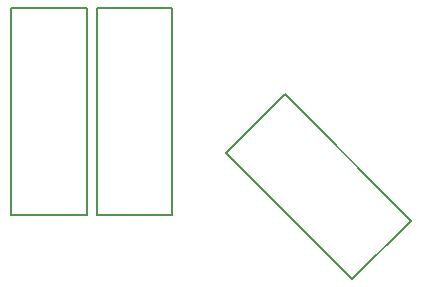
<source format=gbr>
%TF.GenerationSoftware,Altium Limited,Altium Designer,23.3.1 (30)*%
G04 Layer_Color=8388736*
%FSLAX45Y45*%
%MOMM*%
%TF.SameCoordinates,3FCD108A-851F-4062-9BED-621BEB009867*%
%TF.FilePolarity,Positive*%
%TF.FileFunction,Other,Route_Tool_Path*%
%TF.Part,Single*%
G01*
G75*
%TA.AperFunction,NonConductor*%
%ADD41C,0.20000*%
D41*
X4541376Y1430484D02*
X4541376Y3180484D01*
X3901375Y1430485D02*
X4541376Y1430484D01*
X3901375Y1430485D02*
Y3180484D01*
X4541376Y3180484D01*
X4623691Y1430484D02*
Y3180484D01*
X5263691D01*
Y1430484D02*
Y3180484D01*
X4623691Y1430484D02*
X5263691D01*
X5721639Y1954348D02*
X6789372Y886617D01*
X7284347Y1381592D01*
X6216614Y2449322D02*
X7284347Y1381592D01*
X5721639Y1954348D02*
X6216614Y2449322D01*
%TF.MD5,3186d17904f97ff2303453d51a528662*%
M02*

</source>
